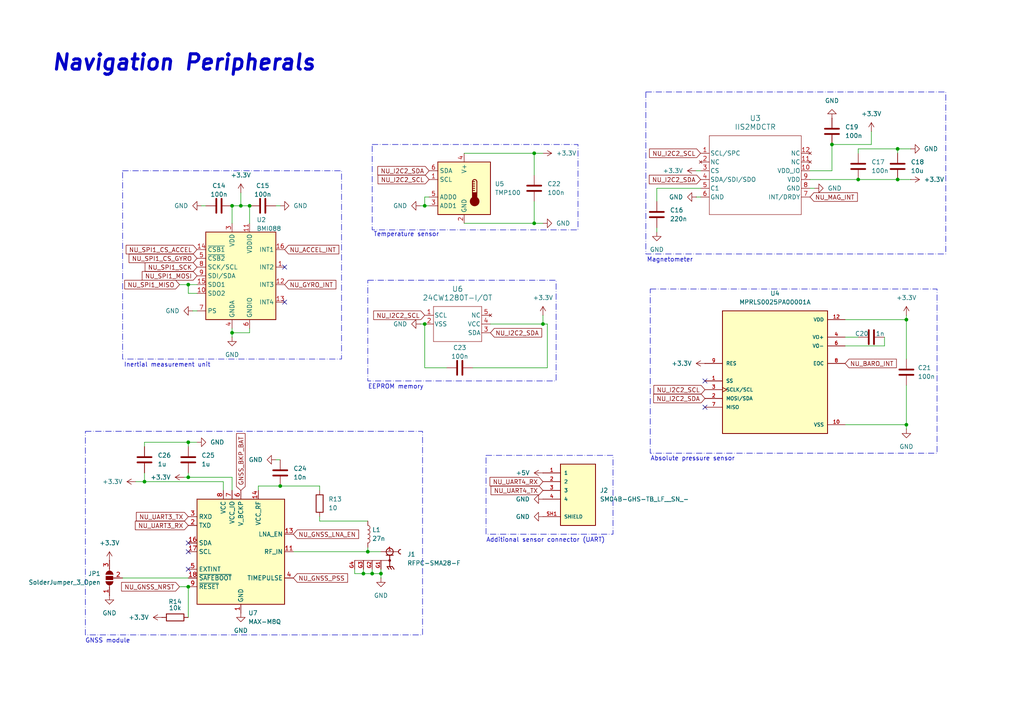
<source format=kicad_sch>
(kicad_sch (version 20250114) (generator "eeschema") (generator_version "9.0")
  (paper "A4")
  (lib_symbols
    (symbol "Device:C" (pin_numbers (hide yes)) (pin_names (offset 0.254))
      (property "Reference" "C" (at 0.635 2.54 0))
      (property "Value" "C" (at 0.635 -2.54 0))
      (symbol "C_0_1"
        (polyline (pts (xy -2.032 0.762) (xy 2.032 0.762)) (stroke (width 0.508)))
        (polyline (pts (xy -2.032 -0.762) (xy 2.032 -0.762)) (stroke (width 0.508)))
      )
      (symbol "C_1_1"
        (pin passive line (at 0 3.81 270) (length 2.794) (name "~") (number "1"))
        (pin passive line (at 0 -3.81 90) (length 2.794) (name "~") (number "2"))
      )
    )
    (symbol "Device:L" (pin_numbers (hide yes)) (pin_names (offset 1.016) (hide yes))
      (property "Reference" "L" (at -1.27 0 90))
      (property "Value" "L" (at 1.905 0 90))
      (symbol "L_0_1"
        (arc (start 0 2.54) (mid 0.6323 1.905) (end 0 1.27))
        (arc (start 0 1.27) (mid 0.6323 0.635) (end 0 0))
        (arc (start 0 0) (mid 0.6323 -0.635) (end 0 -1.27))
        (arc (start 0 -1.27) (mid 0.6323 -1.905) (end 0 -2.54))
      )
      (symbol "L_1_1"
        (pin passive line (at 0 3.81 270) (length 1.27) (name "1") (number "1"))
        (pin passive line (at 0 -3.81 90) (length 1.27) (name "2") (number "2"))
      )
    )
    (symbol "Device:R" (pin_numbers (hide yes)) (pin_names (offset 0))
      (property "Reference" "R" (at 2.032 0 90))
      (property "Value" "R" (at 0 0 90))
      (symbol "R_0_1"
        (rectangle (start -1.016 -2.54) (end 1.016 2.54) (stroke (width 0.254)))
      )
      (symbol "R_1_1"
        (pin passive line (at 0 3.81 270) (length 1.27) (name "~") (number "1"))
        (pin passive line (at 0 -3.81 90) (length 1.27) (name "~") (number "2"))
      )
    )
    (symbol "Jumper:SolderJumper_3_Open" (pin_names (offset 0) (hide yes)) (in_bom no)
      (property "Reference" "JP" (at -2.54 -2.54 0))
      (property "Value" "SolderJumper_3_Open" (at 0 2.794 0))
      (symbol "SolderJumper_3_Open_0_1"
        (polyline (pts (xy -2.54 0) (xy -2.032 0)))
        (polyline (pts (xy -1.016 1.016) (xy -1.016 -1.016)))
        (arc (start -1.016 -1.016) (mid -2.0276 0) (end -1.016 1.016))
        (arc (start -1.016 -1.016) (mid -2.0276 0) (end -1.016 1.016) (fill (type outline)))
        (rectangle (start -0.508 1.016) (end 0.508 -1.016) (fill (type outline)))
        (polyline (pts (xy 0 -1.27) (xy 0 -1.016)))
        (arc (start 1.016 1.016) (mid 2.0276 0) (end 1.016 -1.016))
        (arc (start 1.016 1.016) (mid 2.0276 0) (end 1.016 -1.016) (fill (type outline)))
        (polyline (pts (xy 1.016 1.016) (xy 1.016 -1.016)))
        (polyline (pts (xy 2.54 0) (xy 2.032 0)))
      )
      (symbol "SolderJumper_3_Open_1_1"
        (pin passive line (at -5.08 0 0) (length 2.54) (name "A") (number "1"))
        (pin passive line (at 0 -3.81 90) (length 2.54) (name "C") (number "2"))
        (pin passive line (at 5.08 0 180) (length 2.54) (name "B") (number "3"))
      )
    )
    (symbol "RF_GPS:MAX-M8Q"
      (property "Reference" "U" (at -10.16 16.51 0))
      (property "Value" "MAX-M8Q" (at 11.43 16.51 0))
      (symbol "MAX-M8Q_0_1"
        (rectangle (start 12.7 15.24) (end -12.7 -15.24) (stroke (width 0.254)) (fill (type background)))
      )
      (symbol "MAX-M8Q_1_1"
        (pin input line (at -15.24 10.16 0) (length 2.54) (name "RXD") (number "3"))
        (pin output line (at -15.24 7.62 0) (length 2.54) (name "TXD") (number "2"))
        (pin bidirectional line (at -15.24 2.54 0) (length 2.54) (name "SDA") (number "16"))
        (pin input line (at -15.24 0 0) (length 2.54) (name "SCL") (number "17"))
        (pin input line (at -15.24 -5.08 0) (length 2.54) (name "EXTINT") (number "5"))
        (pin input line (at -15.24 -7.62 0) (length 2.54) (name "~{SAFEBOOT}") (number "18"))
        (pin input line (at -15.24 -10.16 0) (length 2.54) (name "~{RESET}") (number "9"))
        (pin power_in line (at -5.08 17.78 270) (length 2.54) (name "VCC") (number "8"))
        (pin power_in line (at -2.54 17.78 270) (length 2.54) (name "VCC_IO") (number "7"))
        (pin power_in line (at 0 17.78 270) (length 2.54) (name "V_BCKP") (number "6"))
        (pin power_in line (at 0 -17.78 90) (length 2.54) (name "GND") (number "1"))
        (pin passive line (at 0 -17.78 90) (length 2.54) (hide yes) (name "GND") (number "10"))
        (pin passive line (at 0 -17.78 90) (length 2.54) (hide yes) (name "GND") (number "12"))
        (pin power_out line (at 5.08 17.78 270) (length 2.54) (name "VCC_RF") (number "14"))
        (pin no_connect line (at 12.7 -5.08 180) (length 2.54) (hide yes) (name "Reserved") (number "15"))
        (pin output line (at 15.24 5.08 180) (length 2.54) (name "LNA_EN") (number "13"))
        (pin input line (at 15.24 0 180) (length 2.54) (name "RF_IN") (number "11"))
        (pin output line (at 15.24 -7.62 180) (length 2.54) (name "TIMEPULSE") (number "4"))
      )
    )
    (symbol "Sensor_Motion:BMI088"
      (property "Reference" "U" (at -8.89 13.97 0))
      (property "Value" "BMI088" (at 8.89 13.97 0))
      (symbol "BMI088_1_1"
        (rectangle (start -10.16 12.7) (end 10.16 -12.7) (stroke (width 0.254)) (fill (type background)))
        (pin input line (at -12.7 7.62 0) (length 2.54) (name "~{CSB1}") (number "14"))
        (pin input line (at -12.7 5.08 0) (length 2.54) (name "~{CSB2}") (number "5"))
        (pin input line (at -12.7 2.54 0) (length 2.54) (name "SCK/SCL") (number "8"))
        (pin bidirectional line (at -12.7 0 0) (length 2.54) (name "SDI/SDA") (number "9"))
        (pin output line (at -12.7 -2.54 0) (length 2.54) (name "SDO1") (number "15"))
        (pin output line (at -12.7 -5.08 0) (length 2.54) (name "SDO2") (number "10"))
        (pin input line (at -12.7 -10.16 0) (length 2.54) (name "PS") (number "7"))
        (pin power_in line (at -2.54 15.24 270) (length 2.54) (name "VDD") (number "3"))
        (pin passive line (at -2.54 -15.24 90) (length 2.54) (hide yes) (name "GNDA") (number "2"))
        (pin power_in line (at -2.54 -15.24 90) (length 2.54) (name "GNDA") (number "4"))
        (pin power_in line (at 2.54 15.24 270) (length 2.54) (name "VDDIO") (number "11"))
        (pin power_in line (at 2.54 -15.24 90) (length 2.54) (name "GNDIO") (number "6"))
        (pin bidirectional line (at 12.7 7.62 180) (length 2.54) (name "INT1") (number "16"))
        (pin bidirectional line (at 12.7 2.54 180) (length 2.54) (name "INT2") (number "1"))
        (pin bidirectional line (at 12.7 -2.54 180) (length 2.54) (name "INT3") (number "12"))
        (pin bidirectional line (at 12.7 -7.62 180) (length 2.54) (name "INT4") (number "13"))
      )
    )
    (symbol "Sensor_Temperature:TMP100"
      (property "Reference" "U" (at 10.16 6.35 0))
      (property "Value" "TMP100" (at 12.7 3.81 0))
      (symbol "TMP100_0_1"
        (rectangle (start -7.62 7.62) (end 7.62 -7.62) (stroke (width 0.254)) (fill (type background)))
      )
      (symbol "TMP100_1_1"
        (polyline (pts (xy 2.413 1.905) (xy 2.413 -1.27)) (stroke (width 0.254)))
        (polyline (pts (xy 2.413 1.905) (xy 3.048 1.905)) (stroke (width 0.254)))
        (polyline (pts (xy 2.413 1.27) (xy 3.048 1.27)) (stroke (width 0.254)))
        (polyline (pts (xy 2.413 0.635) (xy 3.048 0.635)) (stroke (width 0.254)))
        (polyline (pts (xy 2.413 0) (xy 3.048 0)) (stroke (width 0.254)))
        (polyline (pts (xy 2.413 -0.635) (xy 3.048 -0.635)) (stroke (width 0.254)))
        (arc (start 2.413 1.905) (mid 3.048 2.5373) (end 3.683 1.905) (stroke (width 0.254)))
        (circle (center 3.048 -3.81) (radius 1.27) (stroke (width 0.254)) (fill (type outline)))
        (polyline (pts (xy 3.683 1.905) (xy 3.683 -1.27)) (stroke (width 0.254)))
        (rectangle (start 3.683 -3.175) (end 2.413 -1.27) (stroke (width 0.254)) (fill (type outline)))
        (pin bidirectional line (at -10.16 5.08 0) (length 2.54) (name "SDA") (number "6"))
        (pin input line (at -10.16 2.54 0) (length 2.54) (name "SCL") (number "1"))
        (pin input line (at -10.16 -2.54 0) (length 2.54) (name "ADD0") (number "5"))
        (pin input line (at -10.16 -5.08 0) (length 2.54) (name "ADD1") (number "3"))
        (pin power_in line (at 0 10.16 270) (length 2.54) (name "V+") (number "4"))
        (pin power_in line (at 0 -10.16 90) (length 2.54) (name "GND") (number "2"))
      )
    )
    (symbol "components:24CW1280T-I_OT" (pin_names (offset 0.254))
      (property "Reference" "U" (at 0 9.144 0))
      (property "Value" "24CW1280T-I/OT" (at 0 6.604 0))
      (symbol "24CW1280T-I_OT_0_1"
        (polyline (pts (xy -7.62 5.08) (xy -7.62 -5.08)) (stroke (width 0.127)))
        (polyline (pts (xy -7.62 -5.08) (xy 6.35 -5.08)) (stroke (width 0.127)))
        (polyline (pts (xy 6.35 5.08) (xy -7.62 5.08)) (stroke (width 0.127)))
        (polyline (pts (xy 6.35 -5.08) (xy 6.35 5.08)) (stroke (width 0.127)))
        (pin unspecified line (at -10.16 2.54 0) (length 2.54) (name "SCL") (number "1"))
        (pin power_out line (at -10.16 0 0) (length 2.54) (name "VSS") (number "2"))
        (pin no_connect line (at 8.89 2.54 180) (length 2.54) (name "NC") (number "5"))
        (pin power_in line (at 8.89 0 180) (length 2.54) (name "VCC") (number "4"))
        (pin unspecified line (at 8.89 -2.54 180) (length 2.54) (name "SDA") (number "3"))
      )
    )
    (symbol "components:IIS2MDCTR" (pin_names (offset 0.254))
      (property "Reference" "U" (at 0 16.51 0))
      (property "Value" "IIS2MDCTR" (at 0 13.97 0))
      (symbol "IIS2MDCTR_0_1"
        (polyline (pts (xy -13.97 11.43) (xy -13.97 -11.43)) (stroke (width 0.127)))
        (polyline (pts (xy -13.97 -11.43) (xy 12.7 -11.43)) (stroke (width 0.127)))
        (polyline (pts (xy 12.7 11.43) (xy -13.97 11.43)) (stroke (width 0.127)))
        (polyline (pts (xy 12.7 -11.43) (xy 12.7 11.43)) (stroke (width 0.127)))
        (pin bidirectional line (at -16.51 6.35 0) (length 2.54) (name "SCL/SPC") (number "1"))
        (pin no_connect line (at -16.51 3.81 0) (length 2.54) (name "NC") (number "2"))
        (pin input line (at -16.51 1.27 0) (length 2.54) (name "CS") (number "3"))
        (pin bidirectional line (at -16.51 -1.27 0) (length 2.54) (name "SDA/SDI/SDO") (number "4"))
        (pin unspecified line (at -16.51 -3.81 0) (length 2.54) (name "C1") (number "5"))
        (pin power_out line (at -16.51 -6.35 0) (length 2.54) (name "GND") (number "6"))
        (pin no_connect line (at 15.24 6.35 180) (length 2.54) (name "NC") (number "12"))
        (pin no_connect line (at 15.24 3.81 180) (length 2.54) (name "NC") (number "11"))
        (pin power_in line (at 15.24 1.27 180) (length 2.54) (name "VDD_IO") (number "10"))
        (pin power_in line (at 15.24 -1.27 180) (length 2.54) (name "VDD") (number "9"))
        (pin power_out line (at 15.24 -3.81 180) (length 2.54) (name "GND") (number "8"))
        (pin output line (at 15.24 -6.35 180) (length 2.54) (name "INT/DRDY") (number "7"))
      )
    )
    (symbol "components:MPRLS0025PA00001A" (pin_names (offset 1.016))
      (property "Reference" "U" (at -15.2568 17.7996 0))
      (property "Value" "MPRLS0025PA00001A" (at -15.2501 -20.3335 0))
      (symbol "MPRLS0025PA00001A_0_0"
        (rectangle (start -15.24 -17.78) (end 15.24 17.78) (stroke (width 0.254)) (fill (type background)))
        (pin input line (at -20.32 2.54 0) (length 5.08) (name "RES") (number "9"))
        (pin input line (at -20.32 -2.54 0) (length 5.08) (name "SS") (number "1"))
        (pin input clock (at -20.32 -5.08 0) (length 5.08) (name "SCLK/SCL") (number "3"))
        (pin bidirectional line (at -20.32 -7.62 0) (length 5.08) (name "MOSI/SDA") (number "2"))
        (pin output line (at -20.32 -10.16 0) (length 5.08) (name "MISO") (number "7"))
        (pin power_in line (at 20.32 15.24 180) (length 5.08) (name "VDD") (number "12"))
        (pin output line (at 20.32 10.16 180) (length 5.08) (name "VO+") (number "4"))
        (pin output line (at 20.32 7.62 180) (length 5.08) (name "VO-") (number "6"))
        (pin output line (at 20.32 2.54 180) (length 5.08) (name "EOC") (number "8"))
        (pin power_in line (at 20.32 -15.24 180) (length 5.08) (name "VSS") (number "10"))
      )
    )
    (symbol "components:RFPC-SMA28-F" (pin_names (offset 1.016))
      (property "Reference" "J" (at -3.81 4.318 0))
      (property "Value" "RFPC-SMA28-F" (at -3.81 2.032 0))
      (symbol "RFPC-SMA28-F_0_0"
        (arc (start -3.175 0.635) (mid -2.726 0.449) (end -2.54 0) (stroke (width 0.254)))
        (arc (start -2.54 0) (mid -2.726 -0.449) (end -3.175 -0.635) (stroke (width 0.254)))
        (polyline (pts (xy -1.016 -1.016) (xy 1.016 -1.016)) (stroke (width 0.254)))
        (polyline (pts (xy -0.762 -4.318) (xy -1.27 -5.08)) (stroke (width 0.254)))
        (circle (center 0 0) (radius 1.016) (stroke (width 0.254)))
        (polyline (pts (xy 0 -1.016) (xy 0 -4.318)) (stroke (width 0.254)))
        (polyline (pts (xy 0 -2.54) (xy 10.16 -2.54)) (stroke (width 0.1524)))
        (circle (center 0 -2.54) (radius 0.254) (stroke (width 0.254)))
        (polyline (pts (xy 0 -4.318) (xy -0.508 -5.08)) (stroke (width 0.254)))
        (polyline (pts (xy 0.762 -4.318) (xy -0.762 -4.318)) (stroke (width 0.254)))
        (polyline (pts (xy 0.762 -4.318) (xy 0.254 -5.08)) (stroke (width 0.254)))
        (pin passive line (at 2.54 0 180) (length 5.08) (name "~") (number "1"))
        (pin power_in line (at 2.54 -5.08 90) (length 2.54) (name "~") (number "G1"))
        (pin power_in line (at 5.08 -5.08 90) (length 2.54) (name "~") (number "G2"))
        (pin power_in line (at 7.62 -5.08 90) (length 2.54) (name "~") (number "G3"))
        (pin power_in line (at 10.16 -5.08 90) (length 2.54) (name "~") (number "G4"))
      )
    )
    (symbol "components:SM04B-GHS-TB_LF__SN_-" (pin_names (offset 1.016))
      (property "Reference" "J" (at -5.0802 7.6203 0))
      (property "Value" "SM04B-GHS-TB_LF__SN_-" (at -5.0859 -12.7147 0))
      (symbol "SM04B-GHS-TB_LF__SN_-_0_0"
        (rectangle (start -5.08 -10.16) (end 5.08 7.62) (stroke (width 0.254)) (fill (type background)))
        (pin passive line (at -10.16 5.08 0) (length 5.08) (name "1") (number "1"))
        (pin passive line (at -10.16 2.54 0) (length 5.08) (name "2") (number "2"))
        (pin passive line (at -10.16 0 0) (length 5.08) (name "3") (number "3"))
        (pin passive line (at -10.16 -2.54 0) (length 5.08) (name "4") (number "4"))
        (pin power_in line (at -10.16 -7.62 0) (length 5.08) (name "SHIELD") (number "SH1"))
        (pin power_in line (at -10.16 -7.62 0) (length 5.08) (hide yes) (name "SHIELD") (number "SH2"))
      )
    )
    (symbol "power:+3.3V" (power) (pin_numbers (hide yes)) (pin_names (offset 0) (hide yes))
      (property "Value" "+3.3V" (at 0 3.556 0))
      (symbol "+3.3V_0_1"
        (polyline (pts (xy -0.762 1.27) (xy 0 2.54)))
        (polyline (pts (xy 0 2.54) (xy 0.762 1.27)))
        (polyline (pts (xy 0 0) (xy 0 2.54)))
      )
      (symbol "+3.3V_1_1"
        (pin power_in line (at 0 0 90) (length 0) (name "~") (number "1"))
      )
    )
    (symbol "power:+5V" (power) (pin_numbers (hide yes)) (pin_names (offset 0) (hide yes))
      (property "Value" "+5V" (at 0 3.556 0))
      (symbol "+5V_0_1"
        (polyline (pts (xy -0.762 1.27) (xy 0 2.54)))
        (polyline (pts (xy 0 2.54) (xy 0.762 1.27)))
        (polyline (pts (xy 0 0) (xy 0 2.54)))
      )
      (symbol "+5V_1_1"
        (pin power_in line (at 0 0 90) (length 0) (name "~") (number "1"))
      )
    )
    (symbol "power:GND" (power) (pin_numbers (hide yes)) (pin_names (offset 0) (hide yes))
      (property "Value" "GND" (at 0 -3.81 0))
      (symbol "GND_0_1"
        (polyline (pts (xy 0 0) (xy 0 -1.27) (xy 1.27 -1.27) (xy 0 -2.54) (xy -1.27 -1.27) (xy 0 -1.27)))
      )
      (symbol "GND_1_1"
        (pin power_in line (at 0 0 270) (length 0) (name "~") (number "1"))
      )
    )
  )
  (rectangle (start 187.325 26.67) (end 274.32 73.66) (stroke (width 0) (type dash_dot)))
  (rectangle (start 107.95 41.91) (end 167.64 66.675) (stroke (width 0) (type dash_dot)))
  (rectangle (start 35.56 49.53) (end 99.06 104.14) (stroke (width 0) (type dash_dot)))
  (rectangle (start 188.595 83.82) (end 271.78 131.445) (stroke (width 0) (type dash_dot)))
  (rectangle (start 140.97 132.08) (end 177.8 154.94) (stroke (width 0) (type dash_dot)))
  (rectangle (start 106.68 81.28) (end 161.29 110.49) (stroke (width 0) (type dash_dot)))
  (rectangle (start 24.765 125.095) (end 122.555 184.15) (stroke (width 0) (type dash_dot)))
  (text "GNSS module" (at 31.242 185.928 0) (effects (font (size 1.27 1.27))))
  (text "Navigation Peripherals" (at 53.34 18.288 0) (effects (font (size 4.445 4.445) (thickness 0.889) (bold yes) (italic yes))))
  (text "Temperature sensor" (at 117.856 68.072 0) (effects (font (size 1.27 1.27))))
  (text "Magnetometer" (at 194.31 75.438 0) (effects (font (size 1.27 1.27))))
  (text "Inertial measurement unit" (at 48.514 105.918 0) (effects (font (size 1.27 1.27))))
  (text "Additional sensor connector (UART)" (at 158.242 156.718 0) (effects (font (size 1.27 1.27))))
  (text "Absolute pressure sensor" (at 200.914 133.096 0) (effects (font (size 1.27 1.27))))
  (text "EEPROM memory" (at 114.808 112.268 0) (effects (font (size 1.27 1.27))))
  (junction (at 123.19 93.98))
  (junction (at 105.41 166.37))
  (junction (at 262.89 123.19))
  (junction (at 260.35 43.18))
  (junction (at 248.92 52.07))
  (junction (at 123.19 59.69))
  (junction (at 81.28 140.97))
  (junction (at 54.61 170.18))
  (junction (at 67.31 59.69))
  (junction (at 154.94 64.77))
  (junction (at 67.31 96.52))
  (junction (at 154.94 44.45))
  (junction (at 54.61 138.43))
  (junction (at 110.49 166.37))
  (junction (at 54.61 128.27))
  (junction (at 106.68 160.02))
  (junction (at 72.39 59.69))
  (junction (at 262.89 92.71))
  (junction (at 260.35 52.07))
  (junction (at 54.61 82.55))
  (junction (at 41.91 139.7))
  (junction (at 69.85 59.69))
  (junction (at 157.48 93.98))
  (junction (at 107.95 166.37))
  (junction (at 241.3 41.91))
  (no_connect (at 204.47 110.49))
  (no_connect (at 54.61 157.48))
  (no_connect (at 54.61 160.02))
  (no_connect (at 204.47 118.11))
  (no_connect (at 82.55 87.63))
  (no_connect (at 54.61 165.1))
  (no_connect (at 82.55 77.47))
  (wire (pts (xy 123.19 57.15) (xy 124.46 57.15)))
  (wire (pts (xy 54.61 128.27) (xy 54.61 129.54)))
  (wire (pts (xy 123.19 59.69) (xy 123.19 57.15)))
  (wire (pts (xy 54.61 170.18) (xy 54.61 179.07)))
  (wire (pts (xy 121.92 93.98) (xy 123.19 93.98)))
  (wire (pts (xy 54.61 128.27) (xy 41.91 128.27)))
  (wire (pts (xy 41.91 128.27) (xy 41.91 129.54)))
  (wire (pts (xy 129.54 106.68) (xy 123.19 106.68)))
  (wire (pts (xy 262.89 123.19) (xy 262.89 124.46)))
  (wire (pts (xy 234.95 54.61) (xy 236.22 54.61)))
  (wire (pts (xy 54.61 138.43) (xy 67.31 138.43)))
  (wire (pts (xy 158.75 106.68) (xy 137.16 106.68)))
  (wire (pts (xy 58.42 59.69) (xy 59.69 59.69)))
  (wire (pts (xy 256.54 100.33) (xy 245.11 100.33)))
  (wire (pts (xy 54.61 85.09) (xy 54.61 82.55)))
  (wire (pts (xy 142.24 93.98) (xy 157.48 93.98)))
  (wire (pts (xy 241.3 49.53) (xy 234.95 49.53)))
  (wire (pts (xy 248.92 52.07) (xy 260.35 52.07)))
  (wire (pts (xy 201.93 57.15) (xy 203.2 57.15)))
  (wire (pts (xy 64.77 139.7) (xy 64.77 142.24)))
  (wire (pts (xy 190.5 54.61) (xy 190.5 58.42)))
  (wire (pts (xy 67.31 59.69) (xy 67.31 64.77)))
  (wire (pts (xy 248.92 43.18) (xy 260.35 43.18)))
  (wire (pts (xy 248.92 52.07) (xy 234.95 52.07)))
  (wire (pts (xy 154.94 64.77) (xy 157.48 64.77)))
  (wire (pts (xy 41.91 137.16) (xy 41.91 139.7)))
  (wire (pts (xy 69.85 59.69) (xy 72.39 59.69)))
  (wire (pts (xy 67.31 59.69) (xy 69.85 59.69)))
  (wire (pts (xy 105.41 166.37) (xy 102.87 166.37)))
  (wire (pts (xy 74.93 140.97) (xy 81.28 140.97)))
  (wire (pts (xy 80.01 59.69) (xy 81.28 59.69)))
  (wire (pts (xy 245.11 92.71) (xy 262.89 92.71)))
  (wire (pts (xy 72.39 96.52) (xy 72.39 95.25)))
  (wire (pts (xy 72.39 59.69) (xy 72.39 64.77)))
  (wire (pts (xy 157.48 91.44) (xy 157.48 93.98)))
  (wire (pts (xy 57.15 128.27) (xy 54.61 128.27)))
  (wire (pts (xy 54.61 137.16) (xy 54.61 138.43)))
  (wire (pts (xy 67.31 96.52) (xy 67.31 97.79)))
  (wire (pts (xy 157.48 93.98) (xy 158.75 93.98)))
  (wire (pts (xy 106.68 160.02) (xy 110.49 160.02)))
  (wire (pts (xy 262.89 92.71) (xy 262.89 104.14)))
  (wire (pts (xy 92.71 140.97) (xy 81.28 140.97)))
  (wire (pts (xy 256.54 97.79) (xy 256.54 100.33)))
  (wire (pts (xy 107.95 166.37) (xy 107.95 165.1)))
  (wire (pts (xy 80.01 133.35) (xy 81.28 133.35)))
  (wire (pts (xy 105.41 166.37) (xy 105.41 165.1)))
  (wire (pts (xy 67.31 138.43) (xy 67.31 142.24)))
  (wire (pts (xy 107.95 166.37) (xy 105.41 166.37)))
  (wire (pts (xy 92.71 149.86) (xy 92.71 151.13)))
  (wire (pts (xy 110.49 166.37) (xy 110.49 167.64)))
  (wire (pts (xy 262.89 111.76) (xy 262.89 123.19)))
  (wire (pts (xy 54.61 82.55) (xy 57.15 82.55)))
  (wire (pts (xy 74.93 142.24) (xy 74.93 140.97)))
  (wire (pts (xy 252.73 38.1) (xy 252.73 41.91)))
  (wire (pts (xy 67.31 95.25) (xy 67.31 96.52)))
  (wire (pts (xy 190.5 66.04) (xy 190.5 67.31)))
  (wire (pts (xy 134.62 64.77) (xy 154.94 64.77)))
  (wire (pts (xy 123.19 106.68) (xy 123.19 93.98)))
  (wire (pts (xy 41.91 139.7) (xy 64.77 139.7)))
  (wire (pts (xy 203.2 54.61) (xy 190.5 54.61)))
  (wire (pts (xy 154.94 64.77) (xy 154.94 58.42)))
  (wire (pts (xy 264.16 43.18) (xy 260.35 43.18)))
  (wire (pts (xy 154.94 44.45) (xy 157.48 44.45)))
  (wire (pts (xy 110.49 165.1) (xy 110.49 166.37)))
  (wire (pts (xy 52.07 170.18) (xy 54.61 170.18)))
  (wire (pts (xy 262.89 123.19) (xy 245.11 123.19)))
  (wire (pts (xy 57.15 85.09) (xy 54.61 85.09)))
  (wire (pts (xy 260.35 52.07) (xy 264.16 52.07)))
  (wire (pts (xy 252.73 41.91) (xy 241.3 41.91)))
  (wire (pts (xy 52.07 82.55) (xy 54.61 82.55)))
  (wire (pts (xy 102.87 166.37) (xy 102.87 165.1)))
  (wire (pts (xy 39.37 139.7) (xy 41.91 139.7)))
  (wire (pts (xy 248.92 43.18) (xy 248.92 44.45)))
  (wire (pts (xy 53.34 138.43) (xy 54.61 138.43)))
  (wire (pts (xy 245.11 97.79) (xy 248.92 97.79)))
  (wire (pts (xy 154.94 50.8) (xy 154.94 44.45)))
  (wire (pts (xy 92.71 142.24) (xy 92.71 140.97)))
  (wire (pts (xy 260.35 43.18) (xy 260.35 44.45)))
  (wire (pts (xy 201.93 49.53) (xy 203.2 49.53)))
  (wire (pts (xy 158.75 93.98) (xy 158.75 106.68)))
  (wire (pts (xy 92.71 151.13) (xy 106.68 151.13)))
  (wire (pts (xy 106.68 158.75) (xy 106.68 160.02)))
  (wire (pts (xy 123.19 59.69) (xy 124.46 59.69)))
  (wire (pts (xy 55.88 90.17) (xy 57.15 90.17)))
  (wire (pts (xy 121.92 59.69) (xy 123.19 59.69)))
  (wire (pts (xy 35.56 167.64) (xy 54.61 167.64)))
  (wire (pts (xy 69.85 55.88) (xy 69.85 59.69)))
  (wire (pts (xy 262.89 91.44) (xy 262.89 92.71)))
  (wire (pts (xy 241.3 41.91) (xy 241.3 49.53)))
  (wire (pts (xy 110.49 166.37) (xy 107.95 166.37)))
  (wire (pts (xy 85.09 160.02) (xy 106.68 160.02)))
  (wire (pts (xy 154.94 44.45) (xy 134.62 44.45)))
  (wire (pts (xy 67.31 96.52) (xy 72.39 96.52)))
  (global_label "NU_ACCEL_INT" (shape input) (at 82.55 72.39 0) (property "Intersheetrefs" "${INTERSHEET_REFS}" (effects (hide yes))))
  (global_label "NU_MAG_INT" (shape input) (at 234.95 57.15 0) (property "Intersheetrefs" "${INTERSHEET_REFS}" (effects (hide yes))))
  (global_label "NU_SPI1_CS_ACCEL" (shape input) (at 57.15 72.39 180) (property "Intersheetrefs" "${INTERSHEET_REFS}" (effects (hide yes))))
  (global_label "NU_UART4_RX" (shape input) (at 157.48 139.7 180) (property "Intersheetrefs" "${INTERSHEET_REFS}" (effects (hide yes))))
  (global_label "NU_I2C2_SCL" (shape input) (at 204.47 113.03 180) (property "Intersheetrefs" "${INTERSHEET_REFS}" (effects (hide yes))))
  (global_label "NU_I2C2_SCL" (shape input) (at 123.19 91.44 180) (property "Intersheetrefs" "${INTERSHEET_REFS}" (effects (hide yes))))
  (global_label "NU_SPI1_CS_GYRO" (shape input) (at 57.15 74.93 180) (property "Intersheetrefs" "${INTERSHEET_REFS}" (effects (hide yes))))
  (global_label "NU_UART3_TX" (shape input) (at 54.61 149.86 180) (property "Intersheetrefs" "${INTERSHEET_REFS}" (effects (hide yes))))
  (global_label "NU_BARO_INT" (shape input) (at 245.11 105.41 0) (property "Intersheetrefs" "${INTERSHEET_REFS}" (effects (hide yes))))
  (global_label "NU_UART4_TX" (shape input) (at 157.48 142.24 180) (property "Intersheetrefs" "${INTERSHEET_REFS}" (effects (hide yes))))
  (global_label "NU_GYRO_INT" (shape input) (at 82.55 82.55 0) (property "Intersheetrefs" "${INTERSHEET_REFS}" (effects (hide yes))))
  (global_label "NU_SPI1_MISO" (shape input) (at 52.07 82.55 180) (property "Intersheetrefs" "${INTERSHEET_REFS}" (effects (hide yes))))
  (global_label "NU_I2C2_SCL" (shape input) (at 203.2 44.45 180) (property "Intersheetrefs" "${INTERSHEET_REFS}" (effects (hide yes))))
  (global_label "NU_GNSS_LNA_EN" (shape input) (at 85.09 154.94 0) (property "Intersheetrefs" "${INTERSHEET_REFS}" (effects (hide yes))))
  (global_label "NU_SPI1_MOSI" (shape input) (at 57.15 80.01 180) (property "Intersheetrefs" "${INTERSHEET_REFS}" (effects (hide yes))))
  (global_label "NU_I2C2_SDA" (shape input) (at 124.46 49.53 180) (property "Intersheetrefs" "${INTERSHEET_REFS}" (effects (hide yes))))
  (global_label "GNSS_BKP_BAT" (shape input) (at 69.85 142.24 90) (property "Intersheetrefs" "${INTERSHEET_REFS}" (effects (hide yes))))
  (global_label "NU_I2C2_SDA" (shape input) (at 204.47 115.57 180) (property "Intersheetrefs" "${INTERSHEET_REFS}" (effects (hide yes))))
  (global_label "NU_UART3_RX" (shape input) (at 54.61 152.4 180) (property "Intersheetrefs" "${INTERSHEET_REFS}" (effects (hide yes))))
  (global_label "NU_I2C2_SDA" (shape input) (at 142.24 96.52 0) (property "Intersheetrefs" "${INTERSHEET_REFS}" (effects (hide yes))))
  (global_label "NU_I2C2_SCL" (shape input) (at 124.46 52.07 180) (property "Intersheetrefs" "${INTERSHEET_REFS}" (effects (hide yes))))
  (global_label "NU_GNSS_PSS" (shape input) (at 85.09 167.64 0) (property "Intersheetrefs" "${INTERSHEET_REFS}" (effects (hide yes))))
  (global_label "NU_GNSS_NRST" (shape input) (at 52.07 170.18 180) (property "Intersheetrefs" "${INTERSHEET_REFS}" (effects (hide yes))))
  (global_label "NU_I2C2_SDA" (shape input) (at 203.2 52.07 180) (property "Intersheetrefs" "${INTERSHEET_REFS}" (effects (hide yes))))
  (global_label "NU_SPI1_SCK" (shape input) (at 57.15 77.47 180) (property "Intersheetrefs" "${INTERSHEET_REFS}" (effects (hide yes))))
  (symbol (lib_id "power:GND") (at 157.48 149.86 270) (unit 1)
    (property "Reference" "#PWR0143" (effects (hide yes)))
    (property "Value" "GND" (at 153.67 149.8599 90) (effects (justify right)))
    (property "Description" "Power symbol creates a global label with name \"GND\" , ground" (effects (hide yes)))
  )
  (symbol (lib_id "Device:C") (at 252.73 97.79 90) (unit 1)
    (property "Reference" "C20" (at 249.936 96.774 90))
    (property "Value" "1n" (at 255.27 96.774 90))
    (property "Footprint" "Capacitor_SMD:C_0603_1608Metric" (effects (hide yes)))
    (property "Description" "X7R, 10V, 0603" (effects (hide yes)))
  )
  (symbol (lib_id "power:GND") (at 190.5 67.31 0) (unit 1)
    (property "Reference" "#PWR023" (effects (hide yes)))
    (property "Value" "GND" (at 190.5 72.39 0))
    (property "Description" "Power symbol creates a global label with name \"GND\" , ground" (effects (hide yes)))
  )
  (symbol (lib_id "power:GND") (at 201.93 57.15 270) (unit 1)
    (property "Reference" "#PWR024" (effects (hide yes)))
    (property "Value" "GND" (at 198.12 57.1499 90) (effects (justify right)))
    (property "Description" "Power symbol creates a global label with name \"GND\" , ground" (effects (hide yes)))
  )
  (symbol (lib_id "power:GND") (at 241.3 34.29 180) (unit 1)
    (property "Reference" "#PWR028" (effects (hide yes)))
    (property "Value" "GND" (at 241.3 29.21 0))
    (property "Description" "Power symbol creates a global label with name \"GND\" , ground" (effects (hide yes)))
  )
  (symbol (lib_id "power:GND") (at 157.48 64.77 90) (unit 1)
    (property "Reference" "#PWR046" (effects (hide yes)))
    (property "Value" "GND" (at 161.29 64.7699 90) (effects (justify right)))
    (property "Description" "Power symbol creates a global label with name \"GND\" , ground" (effects (hide yes)))
  )
  (symbol (lib_id "components:IIS2MDCTR") (at 219.71 50.8 0) (unit 1)
    (property "Reference" "U3" (at 219.075 34.29 0) (effects (font (size 1.524 1.524))))
    (property "Value" "IIS2MDCTR" (at 219.075 36.83 0) (effects (font (size 1.524 1.524))))
    (property "Footprint" "airplane:LGA-12_2X2X0P7_STM" (effects (hide yes)))
    (property "Datasheet" "https://www.st.com/resource/en/datasheet/iis2mdc.pdf" (effects (hide yes)))
    (property "Description" "Magnetoresistive Sensor X, Y, Z Axis 12-LGA (2x2)" (effects (hide yes)))
    (property "Manufacturer Part Number" "IIS2MDCTR" (effects (hide yes)))
  )
  (symbol (lib_id "components:24CW1280T-I_OT") (at 133.35 93.98 0) (unit 1)
    (property "Reference" "U6" (at 132.715 83.82 0) (effects (font (size 1.524 1.524))))
    (property "Value" "24CW1280T-I/OT" (at 132.715 86.36 0) (effects (font (size 1.524 1.524))))
    (property "Footprint" "airplane:SOT-23-5_2P9X1P6_MCH" (effects (hide yes)))
    (property "Datasheet" "24CW1280T-I/OT" (effects (hide yes)))
    (property "Description" "EEPROM Memory IC 128Kbit I2C 1 MHz 450 ns SOT-23-5" (effects (hide yes)))
    (property "Manufacturer Part Number" "24CW1280T-I/OT" (effects (hide yes)))
  )
  (symbol (lib_id "power:+3.3V") (at 31.75 162.56 0) (unit 1)
    (property "Reference" "#PWR036" (effects (hide yes)))
    (property "Value" "+3.3V" (at 31.75 157.48 0))
    (property "Description" "Power symbol creates a global label with name \"+3.3V\"" (effects (hide yes)))
  )
  (symbol (lib_id "power:GND") (at 81.28 59.69 90) (unit 1)
    (property "Reference" "#PWR021" (effects (hide yes)))
    (property "Value" "GND" (at 85.09 59.6899 90) (effects (justify right)))
    (property "Description" "Power symbol creates a global label with name \"GND\" , ground" (effects (hide yes)))
  )
  (symbol (lib_id "power:GND") (at 57.15 128.27 90) (unit 1)
    (property "Reference" "#PWR039" (effects (hide yes)))
    (property "Value" "GND" (at 60.96 128.2699 90) (effects (justify right)))
    (property "Description" "Power symbol creates a global label with name \"GND\" , ground" (effects (hide yes)))
  )
  (symbol (lib_id "Device:C") (at 154.94 54.61 0) (unit 1)
    (property "Reference" "C22" (at 158.75 53.3399 0) (effects (justify left)))
    (property "Value" "100n" (at 158.75 55.8799 0) (effects (justify left)))
    (property "Footprint" "Capacitor_SMD:C_0603_1608Metric" (effects (hide yes)))
    (property "Description" "X7R, 10V, 0603" (effects (hide yes)))
  )
  (symbol (lib_id "Device:C") (at 54.61 133.35 0) (unit 1)
    (property "Reference" "C25" (at 58.42 132.0799 0) (effects (justify left)))
    (property "Value" "1u" (at 58.42 134.6199 0) (effects (justify left)))
    (property "Footprint" "Capacitor_SMD:C_0603_1608Metric" (effects (hide yes)))
    (property "Description" "X7R, 10V, 0603" (effects (hide yes)))
  )
  (symbol (lib_id "components:RFPC-SMA28-F") (at 113.03 160.02 0) (mirror y) (unit 1)
    (property "Reference" "J1" (at 118.11 160.7819 0) (effects (justify right)))
    (property "Value" "RFPC-SMA28-F" (at 118.11 163.3219 0) (effects (justify right)))
    (property "Footprint" "airplane:GRADCONN_RFPC-SMA28-F" (effects (hide yes)))
    (property "Description" "SMA Connector Jack, Female Socket 50 Ohms Through Hole Solder" (effects (hide yes)))
    (property "PARTREV" "1.0" (effects (hide yes)))
    (property "STANDARD" "Manufacturer Recommendations" (effects (hide yes)))
    (property "MAXIMUM_PACKAGE_HEIGHT" "9.8mm" (effects (hide yes)))
    (property "MANUFACTURER" "GradConn" (effects (hide yes)))
    (property "Manufacturer Part Number" "RFPC-SMA28-F" (effects (hide yes)))
  )
  (symbol (lib_id "power:GND") (at 121.92 93.98 270) (unit 1)
    (property "Reference" "#PWR034" (effects (hide yes)))
    (property "Value" "GND" (at 118.11 93.9799 90) (effects (justify right)))
    (property "Description" "Power symbol creates a global label with name \"GND\" , ground" (effects (hide yes)))
  )
  (symbol (lib_id "Device:C") (at 41.91 133.35 0) (unit 1)
    (property "Reference" "C26" (at 45.72 132.0799 0) (effects (justify left)))
    (property "Value" "1u" (at 45.72 134.6199 0) (effects (justify left)))
    (property "Footprint" "Capacitor_SMD:C_0603_1608Metric" (effects (hide yes)))
    (property "Description" "X7R, 10V, 0603" (effects (hide yes)))
  )
  (symbol (lib_id "Device:L") (at 106.68 154.94 0) (unit 1)
    (property "Reference" "L1" (at 107.95 153.6699 0) (effects (justify left)))
    (property "Value" "27n" (at 107.95 156.2099 0) (effects (justify left)))
    (property "Footprint" "Inductor_SMD:L_0603_1608Metric" (effects (hide yes)))
    (property "Description" "27 nH, high impedance @ 1 GHz, low DC resistance <0.2 Ω, 0603" (effects (hide yes)))
  )
  (symbol (lib_id "Device:C") (at 262.89 107.95 0) (unit 1)
    (property "Reference" "C21" (at 266.192 106.68 0) (effects (justify left)))
    (property "Value" "100n" (at 266.192 109.22 0) (effects (justify left)))
    (property "Footprint" "Capacitor_SMD:C_0603_1608Metric" (effects (hide yes)))
    (property "Description" "X7R, 10V, 0603" (effects (hide yes)))
  )
  (symbol (lib_id "power:GND") (at 58.42 59.69 270) (unit 1)
    (property "Reference" "#PWR020" (effects (hide yes)))
    (property "Value" "GND" (at 54.61 59.6899 90) (effects (justify right)))
    (property "Description" "Power symbol creates a global label with name \"GND\" , ground" (effects (hide yes)))
  )
  (symbol (lib_id "power:+3.3V") (at 157.48 44.45 270) (unit 1)
    (property "Reference" "#PWR045" (effects (hide yes)))
    (property "Value" "+3.3V" (at 161.29 44.4499 90) (effects (justify left)))
    (property "Description" "Power symbol creates a global label with name \"+3.3V\"" (effects (hide yes)))
  )
  (symbol (lib_id "power:GND") (at 264.16 43.18 90) (unit 1)
    (property "Reference" "#PWR027" (effects (hide yes)))
    (property "Value" "GND" (at 267.97 43.1799 90) (effects (justify right)))
    (property "Description" "Power symbol creates a global label with name \"GND\" , ground" (effects (hide yes)))
  )
  (symbol (lib_id "power:+3.3V") (at 69.85 55.88 0) (unit 1)
    (property "Reference" "#PWR018" (effects (hide yes)))
    (property "Value" "+3.3V" (at 69.85 50.8 0))
    (property "Description" "Power symbol creates a global label with name \"+3.3V\"" (effects (hide yes)))
  )
  (symbol (lib_id "power:GND") (at 121.92 59.69 270) (unit 1)
    (property "Reference" "#PWR033" (effects (hide yes)))
    (property "Value" "GND" (at 118.11 59.6899 90) (effects (justify right)))
    (property "Description" "Power symbol creates a global label with name \"GND\" , ground" (effects (hide yes)))
  )
  (symbol (lib_id "Device:C") (at 190.5 62.23 0) (unit 1)
    (property "Reference" "C16" (at 194.31 60.9599 0) (effects (justify left)))
    (property "Value" "220n" (at 194.31 63.4999 0) (effects (justify left)))
    (property "Footprint" "Capacitor_SMD:C_0603_1608Metric" (effects (hide yes)))
    (property "Description" "X7R, 10V, 0603" (effects (hide yes)))
  )
  (symbol (lib_id "power:GND") (at 55.88 90.17 270) (unit 1)
    (property "Reference" "#PWR017" (effects (hide yes)))
    (property "Value" "GND" (at 52.07 90.1699 90) (effects (justify right)))
    (property "Description" "Power symbol creates a global label with name \"GND\" , ground" (effects (hide yes)))
  )
  (symbol (lib_id "Device:C") (at 241.3 38.1 0) (unit 1)
    (property "Reference" "C19" (at 245.11 36.8299 0) (effects (justify left)))
    (property "Value" "100n" (at 245.11 39.3699 0) (effects (justify left)))
    (property "Footprint" "Capacitor_SMD:C_0603_1608Metric" (effects (hide yes)))
    (property "Description" "X7R, 10V, 0603" (effects (hide yes)))
  )
  (symbol (lib_id "power:GND") (at 110.49 167.64 0) (unit 1)
    (property "Reference" "#PWR037" (effects (hide yes)))
    (property "Value" "GND" (at 110.49 172.72 0))
    (property "Description" "Power symbol creates a global label with name \"GND\" , ground" (effects (hide yes)))
  )
  (symbol (lib_id "power:GND") (at 31.75 172.72 0) (unit 1)
    (property "Reference" "#PWR035" (effects (hide yes)))
    (property "Value" "GND" (at 31.75 177.8 0))
    (property "Description" "Power symbol creates a global label with name \"GND\" , ground" (effects (hide yes)))
  )
  (symbol (lib_id "Device:C") (at 133.35 106.68 90) (unit 1)
    (property "Reference" "C23" (at 133.35 100.838 90))
    (property "Value" "100n" (at 133.35 103.378 90))
    (property "Footprint" "Capacitor_SMD:C_0603_1608Metric" (effects (hide yes)))
    (property "Description" "X7R, 10V, 0603" (effects (hide yes)))
  )
  (symbol (lib_id "power:+3.3V") (at 252.73 38.1 0) (unit 1)
    (property "Reference" "#PWR029" (effects (hide yes)))
    (property "Value" "+3.3V" (at 252.73 33.02 0))
    (property "Description" "Power symbol creates a global label with name \"+3.3V\"" (effects (hide yes)))
  )
  (symbol (lib_id "power:GND") (at 236.22 54.61 90) (unit 1)
    (property "Reference" "#PWR025" (effects (hide yes)))
    (property "Value" "GND" (at 240.03 54.6099 90) (effects (justify right)))
    (property "Description" "Power symbol creates a global label with name \"GND\" , ground" (effects (hide yes)))
  )
  (symbol (lib_id "components:SM04B-GHS-TB_LF__SN_-") (at 167.64 142.24 0) (unit 1)
    (property "Reference" "J2" (at 173.99 142.2399 0) (effects (justify left)))
    (property "Value" "SM04B-GHS-TB_LF__SN_-" (at 173.99 144.7799 0) (effects (justify left)))
    (property "Footprint" "airplane:JST_SM04B-GHS-TB_LF__SN_-" (effects (hide yes)))
    (property "Description" "Connector Header Surface Mount, Right Angle 4 position 0.049\" (1.25mm)" (effects (hide yes)))
    (property "SnapEDA_Link" "https://www.snapeda.com/parts/SM04B-GHS-TB(LF)(SN)-/JST/view-part/?ref=snap" (effects (hide yes)))
    (property "Description_1" "Connector Header Surface Mount, Right Angle 4 position 0.049 (1.25mm)" (effects (hide yes)))
    (property "Package" "None" (effects (hide yes)))
    (property "Check_prices" "https://www.snapeda.com/parts/SM04B-GHS-TB(LF)(SN)-/JST/view-part/?ref=eda" (effects (hide yes)))
    (property "STANDARD" "Manufacturer Recommendations" (effects (hide yes)))
    (property "PARTREV" "NA" (effects (hide yes)))
    (property "MF" "JST Sales" (effects (hide yes)))
    (property "MP" "SM04B-GHS-TB(LF)(SN)-" (effects (hide yes)))
    (property "MANUFACTURER" "JHS" (effects (hide yes)))
    (property "Manufacturer Part Number" "SM04B-GHS-TB" (effects (hide yes)))
  )
  (symbol (lib_id "Device:C") (at 63.5 59.69 90) (unit 1)
    (property "Reference" "C14" (at 63.5 53.848 90))
    (property "Value" "100n" (at 63.5 56.388 90))
    (property "Footprint" "Capacitor_SMD:C_0603_1608Metric" (effects (hide yes)))
    (property "Description" "X7R, 10V, 0603" (effects (hide yes)))
  )
  (symbol (lib_id "power:+3.3V") (at 46.99 179.07 90) (unit 1)
    (property "Reference" "#PWR042" (effects (hide yes)))
    (property "Value" "+3.3V" (at 43.18 179.0699 90) (effects (justify left)))
    (property "Description" "Power symbol creates a global label with name \"+3.3V\"" (effects (hide yes)))
  )
  (symbol (lib_id "RF_GPS:MAX-M8Q") (at 69.85 160.02 0) (unit 1)
    (property "Reference" "U7" (at 71.9933 177.8 0) (effects (justify left)))
    (property "Value" "MAX-M8Q" (at 71.9933 180.34 0) (effects (justify left)))
    (property "Footprint" "RF_GPS:ublox_MAX" (effects (hide yes)))
    (property "Datasheet" "https://www.u-blox.com/sites/default/files/MAX-M8-FW3_DataSheet_%28UBX-15031506%29.pdf" (effects (hide yes)))
    (property "Description" "MAX-M8 RF Receiver Galileo, GLONASS, GPS 1.575GHz -167dBm Castellation" (effects (hide yes)))
    (property "Manufacturer Part Number" "MAX-M8Q" (effects (hide yes)))
  )
  (symbol (lib_id "Device:C") (at 260.35 48.26 0) (unit 1)
    (property "Reference" "C18" (at 264.16 46.9899 0) (effects (justify left)))
    (property "Value" "10u" (at 264.16 49.5299 0) (effects (justify left)))
    (property "Footprint" "Capacitor_SMD:C_0805_2012Metric" (effects (hide yes)))
    (property "Description" "X7R, 10V, 0805" (effects (hide yes)))
  )
  (symbol (lib_id "power:GND") (at 67.31 97.79 0) (unit 1)
    (property "Reference" "#PWR019" (effects (hide yes)))
    (property "Value" "GND" (at 67.31 102.87 0))
    (property "Description" "Power symbol creates a global label with name \"GND\" , ground" (effects (hide yes)))
  )
  (symbol (lib_id "power:+3.3V") (at 157.48 91.44 0) (unit 1)
    (property "Reference" "#PWR044" (effects (hide yes)))
    (property "Value" "+3.3V" (at 157.48 86.36 0))
    (property "Description" "Power symbol creates a global label with name \"+3.3V\"" (effects (hide yes)))
  )
  (symbol (lib_id "Sensor_Temperature:TMP100") (at 134.62 54.61 0) (unit 1)
    (property "Reference" "U5" (at 143.51 53.3399 0) (effects (justify left)))
    (property "Value" "TMP100" (at 143.51 55.8799 0) (effects (justify left)))
    (property "Footprint" "Package_TO_SOT_SMD:SOT-23-6" (effects (hide yes)))
    (property "Datasheet" "http://www.ti.com/lit/gpn/tmp100" (effects (hide yes)))
    (property "Description" "Temperature Sensor Digital, Local -55°C ~ 125°C 11 b SOT-23-6" (effects (hide yes)))
    (property "Manufacturer Part Number" "TMP100NA/3K" (effects (hide yes)))
  )
  (symbol (lib_id "power:+3.3V") (at 264.16 52.07 270) (unit 1)
    (property "Reference" "#PWR026" (effects (hide yes)))
    (property "Value" "+3.3V" (at 267.97 52.0699 90) (effects (justify left)))
    (property "Description" "Power symbol creates a global label with name \"+3.3V\"" (effects (hide yes)))
  )
  (symbol (lib_id "power:GND") (at 69.85 177.8 0) (unit 1)
    (property "Reference" "#PWR043" (effects (hide yes)))
    (property "Value" "GND" (at 69.85 182.88 0))
    (property "Description" "Power symbol creates a global label with name \"GND\" , ground" (effects (hide yes)))
  )
  (symbol (lib_id "power:+3.3V") (at 262.89 91.44 0) (unit 1)
    (property "Reference" "#PWR030" (effects (hide yes)))
    (property "Value" "+3.3V" (at 262.89 86.36 0))
    (property "Description" "Power symbol creates a global label with name \"+3.3V\"" (effects (hide yes)))
  )
  (symbol (lib_id "power:+3.3V") (at 39.37 139.7 90) (unit 1)
    (property "Reference" "#PWR040" (effects (hide yes)))
    (property "Value" "+3.3V" (at 35.56 139.6999 90) (effects (justify left)))
    (property "Description" "Power symbol creates a global label with name \"+3.3V\"" (effects (hide yes)))
  )
  (symbol (lib_id "Device:C") (at 81.28 137.16 0) (unit 1)
    (property "Reference" "C24" (at 85.09 135.8899 0) (effects (justify left)))
    (property "Value" "10n" (at 85.09 138.4299 0) (effects (justify left)))
    (property "Footprint" "Capacitor_SMD:C_0603_1608Metric" (effects (hide yes)))
    (property "Description" "X7R, 10V, 0603" (effects (hide yes)))
  )
  (symbol (lib_id "power:GND") (at 157.48 144.78 270) (unit 1)
    (property "Reference" "#PWR048" (effects (hide yes)))
    (property "Value" "GND" (at 153.67 144.7799 90) (effects (justify right)))
    (property "Description" "Power symbol creates a global label with name \"GND\" , ground" (effects (hide yes)))
  )
  (symbol (lib_id "Sensor_Motion:BMI088") (at 69.85 80.01 0) (unit 1)
    (property "Reference" "U2" (at 74.422 63.754 0) (effects (justify left)))
    (property "Value" "BMI088" (at 74.422 66.294 0) (effects (justify left)))
    (property "Footprint" "Package_LGA:Bosch_LGA-16_4.5x3mm_P0.5mm_LayoutBorder7x1y_ClockwisePinNumbering" (effects (hide yes)))
    (property "Datasheet" "https://www.bosch-sensortec.com/media/boschsensortec/downloads/datasheets/bst-bmi088-ds001.pdf" (effects (hide yes)))
    (property "Description" "Accelerometer, Gyroscope, 6 Axis Sensor I2C, SPI Output" (effects (hide yes)))
    (property "Manufacturer Part Number" "BMI088" (effects (hide yes)))
  )
  (symbol (lib_id "power:GND") (at 80.01 133.35 270) (unit 1)
    (property "Reference" "#PWR038" (effects (hide yes)))
    (property "Value" "GND" (at 76.2 133.3499 90) (effects (justify right)))
    (property "Description" "Power symbol creates a global label with name \"GND\" , ground" (effects (hide yes)))
  )
  (symbol (lib_id "Device:C") (at 76.2 59.69 90) (unit 1)
    (property "Reference" "C15" (at 76.2 53.848 90))
    (property "Value" "100n" (at 76.2 56.388 90))
    (property "Footprint" "Capacitor_SMD:C_0603_1608Metric" (effects (hide yes)))
    (property "Description" "X7R, 10V, 0603" (effects (hide yes)))
  )
  (symbol (lib_id "Jumper:SolderJumper_3_Open") (at 31.75 167.64 90) (unit 1) (in_bom no)
    (property "Reference" "JP1" (at 29.21 166.3699 90) (effects (justify left)))
    (property "Value" "SolderJumper_3_Open" (at 29.21 168.9099 90) (effects (justify left)))
    (property "Footprint" "Jumper:SolderJumper-3_P1.3mm_Open_RoundedPad1.0x1.5mm" (effects (hide yes)))
    (property "Description" "Solder Jumper, 3-pole, open" (effects (hide yes)))
  )
  (symbol (lib_id "power:+3.3V") (at 204.47 105.41 90) (unit 1)
    (property "Reference" "#PWR032" (effects (hide yes)))
    (property "Value" "+3.3V" (at 200.66 105.4099 90) (effects (justify left)))
    (property "Description" "Power symbol creates a global label with name \"+3.3V\"" (effects (hide yes)))
  )
  (symbol (lib_id "components:MPRLS0025PA00001A") (at 224.79 107.95 0) (unit 1)
    (property "Reference" "U4" (at 224.79 85.09 0))
    (property "Value" "MPRLS0025PA00001A" (at 224.79 87.63 0))
    (property "Footprint" "airplane:XDCR_MPRLS0025PA00001A" (effects (hide yes)))
    (property "Description" "Pressure Sensor 25PSI (172.37kPa) Absolute Male - 0.1\" (2.5mm) Tube 24 b Module" (effects (hide yes)))
    (property "PARTREV" "03/18" (effects (hide yes)))
    (property "STANDARD" "Manufacturer Recommendations" (effects (hide yes)))
    (property "MANUFACTURER" "Honeywell Sensing" (effects (hide yes)))
    (property "Manufacturer Part Number" "MPRLS0025PA00001A" (effects (hide yes)))
  )
  (symbol (lib_id "Device:R") (at 92.71 146.05 180) (unit 1)
    (property "Reference" "R13" (at 95.25 144.7799 0) (effects (justify right)))
    (property "Value" "10" (at 95.25 147.3199 0) (effects (justify right)))
    (property "Footprint" "Resistor_SMD:R_0603_1608Metric" (effects (hide yes)))
    (property "Description" "10 Ohms, 0,125W, 5%, 0603" (effects (hide yes)))
  )
  (symbol (lib_id "power:+5V") (at 157.48 137.16 90) (unit 1)
    (property "Reference" "#PWR047" (effects (hide yes)))
    (property "Value" "+5V" (at 153.67 137.1599 90) (effects (justify left)))
    (property "Description" "Power symbol creates a global label with name \"+5V\"" (effects (hide yes)))
  )
  (symbol (lib_id "Device:R") (at 50.8 179.07 90) (unit 1)
    (property "Reference" "R14" (at 50.8 174.498 90))
    (property "Value" "10k" (at 50.8 177.038 90) (effects (justify top)))
    (property "Footprint" "Resistor_SMD:R_0603_1608Metric" (effects (hide yes)))
    (property "Description" "10k Ohms, 0,125W, 5%, 0603" (effects (hide yes)))
  )
  (symbol (lib_id "power:GND") (at 262.89 124.46 0) (unit 1)
    (property "Reference" "#PWR031" (effects (hide yes)))
    (property "Value" "GND" (at 262.89 129.54 0))
    (property "Description" "Power symbol creates a global label with name \"GND\" , ground" (effects (hide yes)))
  )
  (symbol (lib_id "power:+3.3V") (at 201.93 49.53 90) (unit 1)
    (property "Reference" "#PWR022" (effects (hide yes)))
    (property "Value" "+3.3V" (at 198.12 49.5299 90) (effects (justify left)))
    (property "Description" "Power symbol creates a global label with name \"+3.3V\"" (effects (hide yes)))
  )
  (symbol (lib_id "Device:C") (at 248.92 48.26 0) (unit 1)
    (property "Reference" "C17" (at 252.73 46.9899 0) (effects (justify left)))
    (property "Value" "100n" (at 252.73 49.5299 0) (effects (justify left)))
    (property "Footprint" "Capacitor_SMD:C_0603_1608Metric" (effects (hide yes)))
    (property "Description" "X7R, 10V, 0603" (effects (hide yes)))
  )
  (symbol (lib_id "power:+3.3V") (at 53.34 138.43 90) (unit 1)
    (property "Reference" "#PWR041" (effects (hide yes)))
    (property "Value" "+3.3V" (at 49.53 138.4299 90) (effects (justify left)))
    (property "Description" "Power symbol creates a global label with name \"+3.3V\"" (effects (hide yes)))
  )
)
</source>
